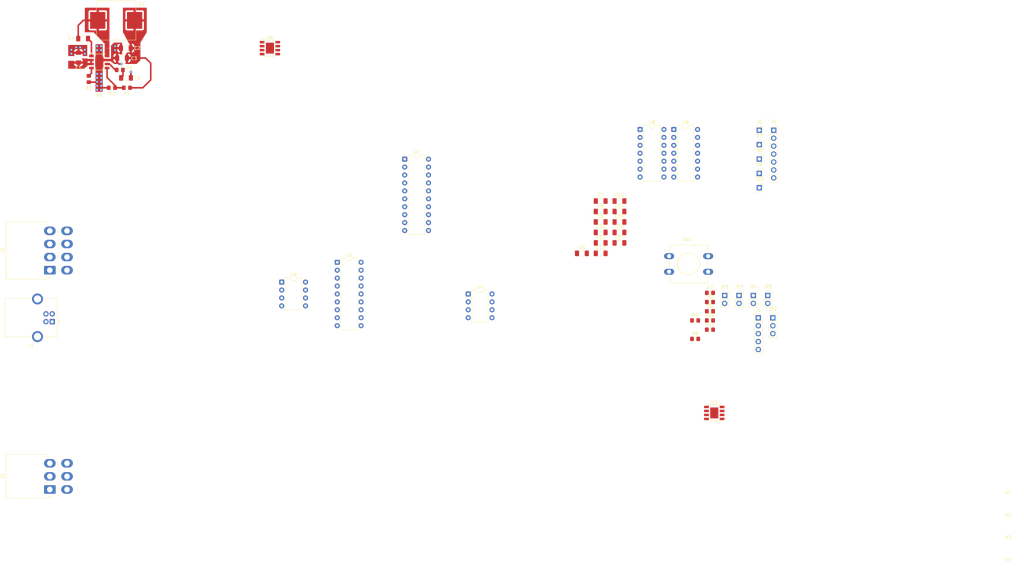
<source format=kicad_pcb>
(kicad_pcb (version 20241229) (generator "pcbnew") (generator_version "9.0")
  (layers (0 "F.Cu" signal) (2 "B.Cu" power) (13 "F.Paste" user) (15 "B.Paste" user) (5 "F.SilkS" user "F.Silkscreen") (7 "B.SilkS" user "B.Silkscreen") (1 "F.Mask" user) (3 "B.Mask" user) (25 "Edge.Cuts" user))
  (net 0 "")
  (net 1 "+12V")
  (net 2 "GND")
  (net 3 "+6.5V")
  (net 4 "Net-(U5-BST)")
  (net 5 "Net-(U5-SW)")
  (net 6 "Net-(C5-Pad2)")
  (net 7 "+5V")
  (net 8 "+5VA")
  (net 9 "Net-(U1-Vusb3v3)")
  (net 10 "Net-(JP1-A)")
  (net 12 "/USB_D+")
  (net 13 "VBUS")
  (net 15 "/USB_D-")
  (net 16 "/CAN_L")
  (net 17 "/Tach")
  (net 18 "/Speed")
  (net 19 "/CAN_H")
  (net 20 "/AN1")
  (net 21 "/AN4")
  (net 22 "/AN2")
  (net 23 "/AN3")
  (net 24 "/ICSP_~{MCLR}")
  (net 25 "/ICSP_CLK")
  (net 26 "/ICSP_DAT")
  (net 27 "/DAC1_~{CS}")
  (net 28 "/MISO")
  (net 29 "/ROM_~{CS}")
  (net 30 "/DAC2_~{CS}")
  (net 31 "/SCK")
  (net 32 "/MOSI")
  (net 33 "/CAN_~{CS}")
  (net 34 "/INT")
  (net 35 "Net-(JP2-A)")
  (net 36 "Net-(JP5-B)")
  (net 37 "Net-(U5-FB)")
  (net 38 "Net-(U5-RT{slash}CLK)")
  (net 39 "/~{MCLR}")
  (net 40 "Net-(U5-COMP)")
  (net 43 "/CLK")
  (net 44 "Net-(U2-RXCAN)")
  (net 49 "Net-(U2-TXCAN)")
  (footprint "Connector_PinSocket_2.54mm:PinSocket_1x02_P2.54mm_Vertical" (layer "F.Cu") (at 268.575 135.1)
    (property "Reference" "JP5" (at 0 -2.77 0) (layer "F.SilkS"))
    (property "Value" "Term")
    (pad "1" thru_hole rect (at 0 0) (size 1.7 1.7) (drill 1) (layers "*.Cu" "*.Mask") (net 16 "/CAN_L"))
    (pad "2" thru_hole oval (at 0 2.54) (size 1.7 1.7) (drill 1) (layers "*.Cu" "*.Mask") (net 36 "Net-(JP5-B)"))
  )
  (footprint "Package_DIP:DIP-14_W7.62mm" (layer "F.Cu") (at 227.725 81.93)
    (property "Reference" "U8" (at 3.81 -2.33 0) (layer "F.SilkS"))
    (property "Value" "MCP4912")
    (pad "1" thru_hole roundrect (at 0 0) (size 1.6 1.6) (drill 0.8) (layers "*.Cu" "*.Mask") (roundrect_rratio 0.15625) (net 8 "+5VA"))
    (pad "2" thru_hole circle (at 0 2.54) (size 1.6 1.6) (drill 0.8) (layers "*.Cu" "*.Mask"))
    (pad "3" thru_hole circle (at 0 5.08) (size 1.6 1.6) (drill 0.8) (layers "*.Cu" "*.Mask") (net 27 "/DAC1_~{CS}"))
    (pad "4" thru_hole circle (at 0 7.62) (size 1.6 1.6) (drill 0.8) (layers "*.Cu" "*.Mask") (net 31 "/SCK"))
    (pad "5" thru_hole circle (at 0 10.16) (size 1.6 1.6) (drill 0.8) (layers "*.Cu" "*.Mask") (net 32 "/MOSI"))
    (pad "6" thru_hole circle (at 0 12.7) (size 1.6 1.6) (drill 0.8) (layers "*.Cu" "*.Mask"))
    (pad "7" thru_hole circle (at 0 15.24) (size 1.6 1.6) (drill 0.8) (layers "*.Cu" "*.Mask"))
    (pad "8" thru_hole circle (at 7.62 15.24) (size 1.6 1.6) (drill 0.8) (layers "*.Cu" "*.Mask") (net 2 "GND"))
    (pad "9" thru_hole circle (at 7.62 12.7) (size 1.6 1.6) (drill 0.8) (layers "*.Cu" "*.Mask") (net 8 "+5VA"))
    (pad "10" thru_hole circle (at 7.62 10.16) (size 1.6 1.6) (drill 0.8) (layers "*.Cu" "*.Mask") (net 22 "/AN2"))
    (pad "11" thru_hole circle (at 7.62 7.62) (size 1.6 1.6) (drill 0.8) (layers "*.Cu" "*.Mask") (net 8 "+5VA"))
    (pad "12" thru_hole circle (at 7.62 5.08) (size 1.6 1.6) (drill 0.8) (layers "*.Cu" "*.Mask") (net 2 "GND"))
    (pad "13" thru_hole circle (at 7.62 2.54) (size 1.6 1.6) (drill 0.8) (layers "*.Cu" "*.Mask") (net 8 "+5VA"))
    (pad "14" thru_hole circle (at 7.62 0) (size 1.6 1.6) (drill 0.8) (layers "*.Cu" "*.Mask") (net 20 "/AN1"))
  )
  (footprint "Capacitor_SMD:C_1206_3216Metric_Pad1.33x1.80mm_HandSolder" (layer "F.Cu") (at 221.115 111.55)
    (property "Reference" "C15" (at 0 -1.85 0) (layer "F.SilkS"))
    (property "Value" "100n")
    (pad "1" smd roundrect (at -1.5625 0) (size 1.325 1.8) (layers "F.Cu" "F.Mask" "F.Paste") (roundrect_rratio 0.188679) (net 2 "GND"))
    (pad "2" smd roundrect (at 1.5625 0) (size 1.325 1.8) (layers "F.Cu" "F.Mask" "F.Paste") (roundrect_rratio 0.188679) (net 7 "+5V"))
  )
  (footprint "Connector_PinSocket_2.54mm:PinSocket_1x02_P2.54mm_Vertical" (layer "F.Cu") (at 259.375 135.1)
    (property "Reference" "JP3" (at 0 -2.77 0) (layer "F.SilkS"))
    (property "Value" "USB_PWR")
    (pad "1" thru_hole rect (at 0 0) (size 1.7 1.7) (drill 1) (layers "*.Cu" "*.Mask") (net 13 "VBUS"))
    (pad "2" thru_hole oval (at 0 2.54) (size 1.7 1.7) (drill 1) (layers "*.Cu" "*.Mask") (net 7 "+5V"))
  )
  (footprint "Capacitor_SMD:C_1206_3216Metric_Pad1.33x1.80mm_HandSolder" (layer "F.Cu") (at 221.115 104.85)
    (property "Reference" "C13" (at 0 -1.85 0) (layer "F.SilkS"))
    (property "Value" "100n")
    (pad "1" smd roundrect (at -1.5625 0) (size 1.325 1.8) (layers "F.Cu" "F.Mask" "F.Paste") (roundrect_rratio 0.188679) (net 2 "GND"))
    (pad "2" smd roundrect (at 1.5625 0) (size 1.325 1.8) (layers "F.Cu" "F.Mask" "F.Paste") (roundrect_rratio 0.188679) (net 7 "+5V"))
  )
  (footprint "Connector_PinHeader_2.54mm:PinHeader_1x05_P2.54mm_Vertical" (layer "F.Cu") (at 265.555 142.25)
    (property "Reference" "J4" (at 0 -2.33 0) (layer "F.SilkS"))
    (property "Value" "ICSP")
    (pad "1" thru_hole rect (at 0 0) (size 1.7 1.7) (drill 1) (layers "*.Cu" "*.Mask") (net 24 "/ICSP_~{MCLR}"))
    (pad "2" thru_hole oval (at 0 2.54) (size 1.7 1.7) (drill 1) (layers "*.Cu" "*.Mask") (net 7 "+5V"))
    (pad "3" thru_hole oval (at 0 5.08) (size 1.7 1.7) (drill 1) (layers "*.Cu" "*.Mask") (net 2 "GND"))
    (pad "4" thru_hole oval (at 0 7.62) (size 1.7 1.7) (drill 1) (layers "*.Cu" "*.Mask") (net 26 "/ICSP_DAT"))
    (pad "5" thru_hole oval (at 0 10.16) (size 1.7 1.7) (drill 1) (layers "*.Cu" "*.Mask") (net 25 "/ICSP_CLK"))
  )
  (footprint "Capacitor_SMD:C_1206_3216Metric_Pad1.33x1.80mm_HandSolder" (layer "F.Cu") (at 221.115 114.9)
    (property "Reference" "C16" (at 0 -1.85 0) (layer "F.SilkS"))
    (property "Value" "100n")
    (pad "1" smd roundrect (at -1.5625 0) (size 1.325 1.8) (layers "F.Cu" "F.Mask" "F.Paste") (roundrect_rratio 0.188679) (net 8 "+5VA"))
    (pad "2" smd roundrect (at 1.5625 0) (size 1.325 1.8) (layers "F.Cu" "F.Mask" "F.Paste") (roundrect_rratio 0.188679) (net 2 "GND"))
  )
  (footprint "Connector_PinSocket_2.54mm:PinSocket_1x03_P2.54mm_Vertical" (layer "F.Cu") (at 270.205 142.25)
    (property "Reference" "JP2" (at 0 -2.77 0) (layer "F.SilkS"))
    (property "Value" "Prog")
    (pad "1" thru_hole rect (at 0 0) (size 1.7 1.7) (drill 1) (layers "*.Cu" "*.Mask") (net 35 "Net-(JP2-A)"))
    (pad "2" thru_hole oval (at 0 2.54) (size 1.7 1.7) (drill 1) (layers "*.Cu" "*.Mask") (net 34 "/INT"))
    (pad "3" thru_hole oval (at 0 5.08) (size 1.7 1.7) (drill 1) (layers "*.Cu" "*.Mask") (net 25 "/ICSP_CLK"))
  )
  (footprint "Connector_PinSocket_2.54mm:PinSocket_1x07_P2.54mm_Vertical" (layer "F.Cu") (at 270.475 82.2)
    (property "Reference" "J5" (at 0 -2.77 0) (layer "F.SilkS"))
    (property "Value" "SPI debug")
    (pad "1" thru_hole rect (at 0 0) (size 1.7 1.7) (drill 1) (layers "*.Cu" "*.Mask") (net 31 "/SCK"))
    (pad "2" thru_hole oval (at 0 2.54) (size 1.7 1.7) (drill 1) (layers "*.Cu" "*.Mask") (net 32 "/MOSI"))
    (pad "3" thru_hole oval (at 0 5.08) (size 1.7 1.7) (drill 1) (layers "*.Cu" "*.Mask") (net 28 "/MISO"))
    (pad "4" thru_hole oval (at 0 7.62) (size 1.7 1.7) (drill 1) (layers "*.Cu" "*.Mask") (net 33 "/CAN_~{CS}"))
    (pad "5" thru_hole oval (at 0 10.16) (size 1.7 1.7) (drill 1) (layers "*.Cu" "*.Mask") (net 29 "/ROM_~{CS}"))
    (pad "6" thru_hole oval (at 0 12.7) (size 1.7 1.7) (drill 1) (layers "*.Cu" "*.Mask") (net 27 "/DAC1_~{CS}"))
    (pad "7" thru_hole oval (at 0 15.24) (size 1.7 1.7) (drill 1) (layers "*.Cu" "*.Mask") (net 30 "/DAC2_~{CS}"))
  )
  (footprint "Resistor_SMD:R_0805_2012Metric_Pad1.20x1.40mm_HandSolder" (layer "F.Cu") (at 250.075 137.2)
    (property "Reference" "R8" (at 0 -1.65 0) (layer "F.SilkS"))
    (property "Value" "120")
    (pad "1" smd roundrect (at -1 0) (size 1.2 1.4) (layers "F.Cu" "F.Mask" "F.Paste") (roundrect_rratio 0.208333) (net 36 "Net-(JP5-B)"))
    (pad "2" smd roundrect (at 1 0) (size 1.2 1.4) (layers "F.Cu" "F.Mask" "F.Paste") (roundrect_rratio 0.208333) (net 19 "/CAN_H"))
  )
  (footprint "Resistor_SMD:R_0805_2012Metric_Pad1.20x1.40mm_HandSolder" (layer "F.Cu") (at 63.5 68.58)
    (property "Reference" "R1" (at 0 1.778 0) (layer "F.SilkS"))
    (property "Value" "73k2" (hide yes))
    (pad "1" smd roundrect (at -1 0) (size 1.2 1.4) (layers "F.Cu" "F.Mask" "F.Paste") (roundrect_rratio 0.208333) (net 37 "Net-(U5-FB)"))
    (pad "2" smd roundrect (at 1 0) (size 1.2 1.4) (layers "F.Cu" "F.Mask" "F.Paste") (roundrect_rratio 0.208333) (net 3 "+6.5V"))
  )
  (footprint "Connector_PinSocket_2.54mm:PinSocket_1x02_P2.54mm_Vertical" (layer "F.Cu") (at 254.775 135.1)
    (property "Reference" "JP1" (at 0 -2.77 0) (layer "F.SilkS"))
    (property "Value" "~{Prog}")
    (pad "1" thru_hole rect (at 0 0) (size 1.7 1.7) (drill 1) (layers "*.Cu" "*.Mask") (net 10 "Net-(JP1-A)"))
    (pad "2" thru_hole oval (at 0 2.54) (size 1.7 1.7) (drill 1) (layers "*.Cu" "*.Mask") (net 24 "/ICSP_~{MCLR}"))
  )
  (footprint "Capacitor_SMD:C_1206_3216Metric_Pad1.33x1.80mm_HandSolder" (layer "F.Cu") (at 49.4915 52.832)
    (property "Reference" "C4" (at -3.81 -0.127 180) (layer "F.SilkS"))
    (property "Value" "100n" (hide yes))
    (pad "1" smd roundrect (at -1.5625 0) (size 1.325 1.8) (layers "F.Cu" "F.Mask" "F.Paste") (roundrect_rratio 0.188679) (net 5 "Net-(U5-SW)"))
    (pad "2" smd roundrect (at 1.5625 0) (size 1.325 1.8) (layers "F.Cu" "F.Mask" "F.Paste") (roundrect_rratio 0.188679) (net 4 "Net-(U5-BST)"))
  )
  (footprint "Capacitor_SMD:C_1206_3216Metric_Pad1.33x1.80mm_HandSolder" (layer "F.Cu") (at 215.105 121.6)
    (property "Reference" "C12" (at 0 -1.85 0) (layer "F.SilkS"))
    (property "Value" "100n")
    (pad "1" smd roundrect (at -1.5625 0) (size 1.325 1.8) (layers "F.Cu" "F.Mask" "F.Paste") (roundrect_rratio 0.188679) (net 10 "Net-(JP1-A)"))
    (pad "2" smd roundrect (at 1.5625 0) (size 1.325 1.8) (layers "F.Cu" "F.Mask" "F.Paste") (roundrect_rratio 0.188679) (net 2 "GND"))
  )
  (footprint "Capacitor_SMD:C_1206_3216Metric_Pad1.33x1.80mm_HandSolder" (layer "F.Cu") (at 215.105 118.25)
    (property "Reference" "C11" (at 0 -1.85 0) (layer "F.SilkS"))
    (property "Value" "1u")
    (pad "1" smd roundrect (at -1.5625 0) (size 1.325 1.8) (layers "F.Cu" "F.Mask" "F.Paste") (roundrect_rratio 0.188679) (net 9 "Net-(U1-Vusb3v3)"))
    (pad "2" smd roundrect (at 1.5625 0) (size 1.325 1.8) (layers "F.Cu" "F.Mask" "F.Paste") (roundrect_rratio 0.188679) (net 2 "GND"))
  )
  (footprint "Package_DIP:DIP-8_W7.62mm" (layer "F.Cu") (at 172.72 134.62)
    (property "Reference" "U4" (at 3.81 -2.33 0) (layer "F.SilkS"))
    (property "Value" "25LC160C")
    (pad "1" thru_hole roundrect (at 0 0) (size 1.6 1.6) (drill 0.8) (layers "*.Cu" "*.Mask") (roundrect_rratio 0.15625) (net 29 "/ROM_~{CS}"))
    (pad "2" thru_hole circle (at 0 2.54) (size 1.6 1.6) (drill 0.8) (layers "*.Cu" "*.Mask") (net 28 "/MISO"))
    (pad "3" thru_hole circle (at 0 5.08) (size 1.6 1.6) (drill 0.8) (layers "*.Cu" "*.Mask") (net 7 "+5V"))
    (pad "4" thru_hole circle (at 0 7.62) (size 1.6 1.6) (drill 0.8) (layers "*.Cu" "*.Mask") (net 2 "GND"))
    (pad "5" thru_hole circle (at 7.62 7.62) (size 1.6 1.6) (drill 0.8) (layers "*.Cu" "*.Mask") (net 32 "/MOSI"))
    (pad "6" thru_hole circle (at 7.62 5.08) (size 1.6 1.6) (drill 0.8) (layers "*.Cu" "*.Mask") (net 31 "/SCK"))
    (pad "7" thru_hole circle (at 7.62 2.54) (size 1.6 1.6) (drill 0.8) (layers "*.Cu" "*.Mask") (net 7 "+5V"))
    (pad "8" thru_hole circle (at 7.62 0) (size 1.6 1.6) (drill 0.8) (layers "*.Cu" "*.Mask") (net 7 "+5V"))
  )
  (footprint "Resistor_SMD:R_0805_2012Metric_Pad1.20x1.40mm_HandSolder" (layer "F.Cu") (at 250.075 143.1)
    (property "Reference" "R10" (at 0 -1.65 0) (layer "F.SilkS"))
    (property "Value" "10k")
    (pad "1" smd roundrect (at -1 0) (size 1.2 1.4) (layers "F.Cu" "F.Mask" "F.Paste") (roundrect_rratio 0.208333) (net 8 "+5VA"))
    (pad "2" smd roundrect (at 1 0) (size 1.2 1.4) (layers "F.Cu" "F.Mask" "F.Paste") (roundrect_rratio 0.208333) (net 27 "/DAC1_~{CS}"))
  )
  (footprint "Capacitor_SMD:C_1206_3216Metric_Pad1.33x1.80mm_HandSolder" (layer "F.Cu") (at 209.095 121.6)
    (property "Reference" "C6" (at 0 -1.85 0) (layer "F.SilkS"))
    (property "Value" "22u")
    (pad "1" smd roundrect (at -1.5625 0) (size 1.325 1.8) (layers "F.Cu" "F.Mask" "F.Paste") (roundrect_rratio 0.188679) (net 3 "+6.5V"))
    (pad "2" smd roundrect (at 1.5625 0) (size 1.325 1.8) (layers "F.Cu" "F.Mask" "F.Paste") (roundrect_rratio 0.188679) (net 2 "GND"))
  )
  (footprint "Connector_PinSocket_2.54mm:PinSocket_1x01_P2.54mm_Vertical" (layer "F.Cu") (at 265.875 96)
    (property "Reference" "J9" (at 0 -2.77 0) (layer "F.SilkS"))
    (property "Value" "Conn_01x01_Socket")
    (pad "1" thru_hole rect (at 0 0) (size 1.7 1.7) (drill 1) (layers "*.Cu" "*.Mask") (net 8 "+5VA"))
  )
  (footprint "Capacitor_SMD:C_1206_3216Metric_Pad1.33x1.80mm_HandSolder" (layer "F.Cu") (at 63.2075 65.405 180)
    (property "Reference" "C5" (at -3.5945 -0.127 0) (layer "F.SilkS"))
    (property "Value" "100n" (hide yes))
    (pad "1" smd roundrect (at -1.5625 0 180) (size 1.325 1.8) (layers "F.Cu" "F.Mask" "F.Paste") (roundrect_rratio 0.188679) (net 2 "GND"))
    (pad "2" smd roundrect (at 1.5625 0 180) (size 1.325 1.8) (layers "F.Cu" "F.Mask" "F.Paste") (roundrect_rratio 0.188679) (net 6 "Net-(C5-Pad2)"))
  )
  (footprint "Resistor_SMD:R_0805_2012Metric_Pad1.20x1.40mm_HandSolder" (layer "F.Cu") (at 51.308 65.77 -90)
    (property "Reference" "R3" (at 2.905 0 180) (layer "F.SilkS"))
    (property "Value" "50k" (hide yes))
    (pad "1" smd roundrect (at -1 0 270) (size 1.2 1.4) (layers "F.Cu" "F.Mask" "F.Paste") (roundrect_rratio 0.208333) (net 38 "Net-(U5-RT{slash}CLK)"))
    (pad "2" smd roundrect (at 1 0 270) (size 1.2 1.4) (layers "F.Cu" "F.Mask" "F.Paste") (roundrect_rratio 0.208333) (net 2 "GND"))
  )
  (footprint "Button_Switch_THT:SW_PUSH-12mm" (layer "F.Cu") (at 237 122.5)
    (property "Reference" "SW1" (at 5.83 -5.41 0) (layer "F.SilkS"))
    (property "Value" "Reset")
    (pad "1" thru_hole oval (at 0 0) (size 3.2 1.9) (drill 1.3) (layers "*.Cu" "*.Mask") (net 2 "GND"))
    (pad "1" thru_hole oval (at 12.5 0) (size 3.2 1.9) (drill 1.3) (layers "*.Cu" "*.Mask") (net 2 "GND"))
    (pad "2" thru_hole oval (at 0 5) (size 3.2 1.9) (drill 1.3) (layers "*.Cu" "*.Mask") (net 24 "/ICSP_~{MCLR}"))
    (pad "2" thru_hole oval (at 12.5 5) (size 3.2 1.9) (drill 1.3) (layers "*.Cu" "*.Mask") (net 24 "/ICSP_~{MCLR}"))
  )
  (footprint "Resistor_SMD:R_0805_2012Metric_Pad1.20x1.40mm_HandSolder" (layer "F.Cu") (at 58.69 68.58)
    (property "Reference" "R2" (at -0.016 1.778 0) (layer "F.SilkS"))
    (property "Value" "10k" (hide yes))
    (pad "1" smd roundrect (at -1 0) (size 1.2 1.4) (layers "F.Cu" "F.Mask" "F.Paste") (roundrect_rratio 0.208333) (net 2 "GND"))
    (pad "2" smd roundrect (at 1 0) (size 1.2 1.4) (layers "F.Cu" "F.Mask" "F.Paste") (roundrect_rratio 0.208333) (net 37 "Net-(U5-FB)"))
  )
  (footprint "Connector_PinSocket_2.54mm:PinSocket_1x01_P2.54mm_Vertical" (layer "F.Cu") (at 265.875 86.8)
    (property "Reference" "J7" (at 0 -2.77 0) (layer "F.SilkS"))
    (property "Value" "Conn_01x01_Socket")
    (pad "1" thru_hole rect (at 0 0) (size 1.7 1.7) (drill 1) (layers "*.Cu" "*.Mask") (net 3 "+6.5V"))
  )
  (footprint "Connector_Molex:Molex_Mini-Fit_Jr_5569-06A2_2x03_P4.20mm_Horizontal" (layer "F.Cu") (at 38.835 197.24 90)
    (property "Reference" "J3" (at 4.2 -15.1 90) (layer "F.SilkS"))
    (property "Value" "Analog")
    (pad "" np_thru_hole circle (at 0 -7.3 90) (size 3 3) (drill 3) (layers "*.Cu" "*.Mask"))
    (pad "" np_thru_hole circle (at 8.4 -7.3 90) (size 3 3) (drill 3) (layers "*.Cu" "*.Mask"))
    (pad "1" thru_hole roundrect (at 0 0 90) (size 2.7 3.7) (drill 1.8) (layers "*.Cu" "*.Mask") (roundrect_rratio 0.092593) (net 20 "/AN1"))
    (pad "2" thru_hole oval (at 4.2 0 90) (size 2.7 3.7) (drill 1.8) (layers "*.Cu" "*.Mask") (net 2 "GND"))
    (pad "3" thru_hole oval (at 8.4 0 90) (size 2.7 3.7) (drill 1.8) (layers "*.Cu" "*.Mask") (net 23 "/AN3"))
    (pad "4" thru_hole oval (at 0 5.5 90) (size 2.7 3.7) (drill 1.8) (layers "*.Cu" "*.Mask") (net 22 "/AN2"))
    (pad "5" thru_hole oval (at 4.2 5.5 90) (size 2.7 3.7) (drill 1.8) (layers "*.Cu" "*.Mask") (net 2 "GND"))
    (pad "6" thru_hole oval (at 8.4 5.5 90) (size 2.7 3.7) (drill 1.8) (layers "*.Cu" "*.Mask") (net 21 "/AN4"))
  )
  (footprint "Resistor_SMD:R_0805_2012Metric_Pad1.20x1.40mm_HandSolder" (layer "F.Cu") (at 250.075 146.05)
    (property "Reference" "R11" (at 0 -1.65 0) (layer "F.SilkS"))
    (property "Value" "10k")
    (pad "1" smd roundrect (at -1 0) (size 1.2 1.4) (layers "F.Cu" "F.Mask" "F.Paste") (roundrect_rratio 0.208333) (net 8 "+5VA"))
    (pad "2" smd roundrect (at 1 0) (size 1.2 1.4) (layers "F.Cu" "F.Mask" "F.Paste") (roundrect_rratio 0.208333) (net 30 "/DAC2_~{CS}"))
  )
  (footprint "Connector_Molex:Molex_Mini-Fit_Jr_5569-08A2_2x04_P4.20mm_Horizontal" (layer "F.Cu") (at 38.835 127 90)
    (property "Reference" "J2" (at 6.3 -15.1 90) (layer "F.SilkS"))
    (property "Value" "Conn_02x04_Top_Bottom")
    (pad "" np_thru_hole circle (at 0 -7.3 90) (size 3 3) (drill 3) (layers "*.Cu" "*.Mask"))
    (pad "" np_thru_hole circle (at 12.6 -7.3 90) (size 3 3) (drill 3) (layers "*.Cu" "*.Mask"))
    (pad "1" thru_hole roundrect (at 0 0 90) (size 2.7 3.7) (drill 1.8) (layers "*.Cu" "*.Mask") (roundrect_rratio 0.092593) (net 1 "+12V"))
    (pad "2" thru_hole oval (at 4.2 0 90) (size 2.7 3.7) (drill 1.8) (layers "*.Cu" "*.Mask") (net 2 "GND"))
    (pad "3" thru_hole oval (at 8.4 0 90) (size 2.7 3.7) (drill 1.8) (layers "*.Cu" "*.Mask") (net 2 "GND"))
    (pad "4" thru_hole oval (at 12.6 0 90) (size 2.7 3.7) (drill 1.8) (layers "*.Cu" "*.Mask") (net 17 "/Tach"))
    (pad "5" thru_hole oval (at 0 5.5 90) (size 2.7 3.7) (drill 1.8) (layers "*.Cu" "*.Mask") (net 2 "GND"))
    (pad "6" thru_hole oval (at 4.2 5.5 90) (size 2.7 3.7) (drill 1.8) (layers "*.Cu" "*.Mask") (net 19 "/CAN_H"))
    (pad "7" thru_hole oval (at 8.4 5.5 90) (size 2.7 3.7) (drill 1.8) (layers "*.Cu" "*.Mask") (net 16 "/CAN_L"))
    (pad "8" thru_hole oval (at 12.6 5.5 90) (size 2.7 3.7) (drill 1.8) (layers "*.Cu" "*.Mask") (net 18 "/Speed"))
  )
  (footprint "Capacitor_SMD:C_1206_3216Metric_Pad1.33x1.80mm_HandSolder" (layer "F.Cu") (at 221.115 108.2)
    (property "Reference" "C14" (at 0 -1.85 0) (layer "F.SilkS"))
    (property "Value" "100n")
    (pad "1" smd roundrect (at -1.5625 0) (size 1.325 1.8) (layers "F.Cu" "F.Mask" "F.Paste") (roundrect_rratio 0.188679) (net 2 "GND"))
    (pad "2" smd roundrect (at 1.5625 0) (size 1.325 1.8) (layers "F.Cu" "F.Mask" "F.Paste") (roundrect_rratio 0.188679) (net 7 "+5V"))
  )
  (footprint "Resistor_SMD:R_0805_2012Metric_Pad1.20x1.40mm_HandSolder" (layer "F.Cu") (at 61.23 62.865 180)
    (property "Reference" "R5" (at -3.032 0.635 0) (layer "F.SilkS"))
    (property "Value" "12k" (hide yes))
    (pad "1" smd roundrect (at -1 0 180) (size 1.2 1.4) (layers "F.Cu" "F.Mask" "F.Paste") (roundrect_rratio 0.208333) (net 6 "Net-(C5-Pad2)"))
    (pad "2" smd roundrect (at 1 0 180) (size 1.2 1.4) (layers "F.Cu" "F.Mask" "F.Paste") (roundrect_rratio 0.208333) (net 40 "Net-(U5-COMP)"))
  )
  (footprint "Package_DIP:DIP-14_W7.62mm" (layer "F.Cu") (at 238.505 81.93)
    (property "Reference" "U9" (at 3.81 -2.33 0) (layer "F.SilkS"))
    (property "Value" "MCP4912")
    (pad "1" thru_hole roundrect (at 0 0) (size 1.6 1.6) (drill 0.8) (layers "*.Cu" "*.Mask") (roundrect_rratio 0.15625) (net 8 "+5VA"))
    (pad "2" thru_hole circle (at 0 2.54) (size 1.6 1.6) (drill 0.8) (layers "*.Cu" "*.Mask"))
    (pad "3" thru_hole circle (at 0 5.08) (size 1.6 1.6) (drill 0.8) (layers "*.Cu" "*.Mask") (net 30 "/DAC2_~{CS}"))
    (pad "4" thru_hole circle (at 0 7.62) (size 1.6 1.6) (drill 0.8) (layers "*.Cu" "*.Mask") (net 31 "/SCK"))
    (pad "5" thru_hole circle (at 0 10.16) (size 1.6 1.6) (drill 0.8) (layers "*.Cu" "*.Mask") (net 32 "/MOSI"))
    (pad "6" thru_hole circle (at 0 12.7) (size 1.6 1.6) (drill 0.8) (layers "*.Cu" "*.Mask"))
    (pad "7" thru_hole circle (at 0 15.24) (size 1.6 1.6) (drill 0.8) (layers "*.Cu" "*.Mask"))
    (pad "8" thru_hole circle (at 7.62 15.24) (size 1.6 1.6) (drill 0.8) (layers "*.Cu" "*.Mask") (net 2 "GND"))
    (pad "9" thru_hole circle (at 7.62 12.7) (size 1.6 1.6) (drill 0.8) (layers "*.Cu" "*.Mask") (net 8 "+5VA"))
    (pad "10" thru_hole circle (at 7.62 10.16) (size 1.6 1.6) (drill 0.8) (layers "*.Cu" "*.Mask") (net 21 "/AN4"))
    (pad "11" thru_hole circle (at 7.62 7.62) (size 1.6 1.6) (drill 0.8) (layers "*.Cu" "*.Mask") (net 8 "+5VA"))
    (pad "12" thru_hole circle (at 7.62 5.08) (size 1.6 1.6) (drill 0.8) (layers "*.Cu" "*.Mask") (net 2 "GND"))
    (pad "13" thru_hole circle (at 7.62 2.54) (size 1.6 1.6) (drill 0.8) (layers "*.Cu" "*.Mask") (net 8 "+5VA"))
    (pad "14" thru_hole circle (at 7.62 0) (size 1.6 1.6) (drill 0.8) (layers "*.Cu" "*.Mask") (net 23 "/AN3"))
  )
  (footprint "Connector_USB:USB_B_OST_USB-B1HSxx_Horizontal" (layer "F.Cu") (at 39.5975 143.49 180)
    (property "Reference" "J1" (at 6.76 -7.77 0) (layer "F.SilkS"))
    (property "Value" "USB_B")
    (pad "1" thru_hole rect (at 0 0 180) (size 1.7 1.7) (drill 0.92) (layers "*.Cu" "*.Mask") (net 13 "VBUS"))
    (pad "2" thru_hole circle (at 0 2.5 180) (size 1.7 1.7) (drill 0.92) (layers "*.Cu" "*.Mask") (net 15 "/USB_D-"))
    (pad "3" thru_hole circle (at 2 2.5 180) (size 1.7 1.7) (drill 0.92) (layers "*.Cu" "*.Mask") (net 12 "/USB_D+"))
    (pad "4" thru_hole circle (at 2 0 180) (size 1.7 1.7) (drill 0.92) (layers "*.Cu" "*.Mask") (net 2 "GND"))
    (pad "5" thru_hole circle (at 4.71 -4.77 180) (size 3.5 3.5) (drill 2.33) (layers "*.Cu" "*.Mask"))
    (pad "5" thru_hole circle (at 4.71 7.27 180) (size 3.5 3.5) (drill 2.33) (layers "*.Cu" "*.Mask"))
  )
  (footprint "Capacitor_SMD:C_1206_3216Metric_Pad1.33x1.80mm_HandSolder" (layer "F.Cu") (at 215.105 108.2)
    (property "Reference" "C8" (at 0 -1.85 0) (layer "F.SilkS"))
    (property "Value" "22u")
    (pad "1" smd roundrect (at -1.5625 0) (size 1.325 1.8) (layers "F.Cu" "F.Mask" "F.Paste") (roundrect_rratio 0.188679) (net 3 "+6.5V"))
    (pad "2" smd roundrect (at 1.5625 0) (size 1.325 1.8) (layers "F.Cu" "F.Mask" "F.Paste") (roundrect_rratio 0.188679) (net 2 "GND"))
  )
  (footprint "MountingHole:MountingHole_3.2mm_M3_DIN965" (layer "F.Cu") (at 345.44 209.22)
    (property "Reference" "H2" (at 0 -3.8 0) (layer "F.SilkS"))
    (property "Value" "MountingHole")
    (pad "" np_thru_hole circle (at 0 0) (size 3.2 3.2) (drill 3.2) (layers "*.Cu" "*.Mask"))
  )
  (footprint "MountingHole:MountingHole_3.2mm_M3_DIN965" (layer "F.Cu") (at 345.44 216.37)
    (property "Reference" "H3" (at 0 -3.8 0) (layer "F.SilkS"))
    (property "Value" "MountingHole")
    (pad "" np_thru_hole circle (at 0 0) (size 3.2 3.2) (drill 3.2) (layers "*.Cu" "*.Mask"))
  )
  (footprint "Package_SO:Diodes_SO-8EP" (layer "F.Cu") (at 251.46 172.72)
    (property "Reference" "U7" (at 0 -3.3 0) (layer "F.SilkS"))
    (property "Value" "AP7375Q")
    (pad "1" smd rect (at -2.4975 -1.905) (size 1.505 0.802) (layers "F.Cu" "F.Mask" "F.Paste") (net 8 "+5VA"))
    (pad "2" smd rect (at -2.4975 -0.635) (size 1.505 0.802) (layers "F.Cu" "F.Mask" "F.Paste"))
    (pad "3" smd rect (at -2.4975 0.635) (size 1.505 0.802) (layers "F.Cu" "F.Mask" "F.Paste"))
    (pad "4" smd rect (at -2.4975 1.905) (size 1.505 0.802) (layers "F.Cu" "F.Mask" "F.Paste"))
    (pad "5" smd rect (at 2.4975 1.905) (size 1.505 0.802) (layers "F.Cu" "F.Mask" "F.Paste") (net 2 "GND"))
    (pad "6" smd rect (at 2.4975 0.635) (size 1.505 0.802) (layers "F.Cu" "F.Mask" "F.Paste"))
    (pad "7" smd rect (at 2.4975 -0.635) (size 1.505 0.802) (layers "F.Cu" "F.Mask" "F.Paste") (net 3 "+6.5V"))
    (pad "8" smd rect (at 2.4975 -1.905) (size 1.505 0.802) (layers "F.Cu" "F.Mask" "F.Paste") (net 3 "+6.5V"))
    (pad "9" smd rect (at 0 0) (size 2.613 3.502) (layers "F.Cu" "F.Mask" "F.Paste") (net 2 "GND"))
  )
  (footprint "Connector_PinSocket_2.54mm:PinSocket_1x01_P2.54mm_Vertical" (layer "F.Cu") (at 265.875 100.6)
    (property "Reference" "J10" (at 0 -2.77 0) (layer "F.SilkS"))
    (property "Value" "Conn_01x01_Socket")
    (pad "1" thru_hole rect (at 0 0) (size 1.7 1.7) (drill 1) (layers "*.Cu" "*.Mask") (net 2 "GND"))
  )
  (footprint "MountingHole:MountingHole_3.2mm_M3_DIN965" (layer "F.Cu") (at 345.44 223.52)
    (property "Reference" "H4" (at 0 -3.8 0) (layer "F.SilkS"))
    (property "Value" "MountingHole")
    (pad "" np_thru_hole circle (at 0 0) (size 3.2 3.2) (drill 3.2) (layers "*.Cu" "*.Mask"))
  )
  (footprint "Connector_PinSocket_2.54mm:PinSocket_1x02_P2.54mm_Vertical" (layer "F.Cu") (at 263.975 135.1)
    (property "Reference" "JP4" (at 0 -2.77 0) (layer "F.SilkS"))
    (property "Value" "USB_PWR")
    (pad "1" thru_hole rect (at 0 0) (size 1.7 1.7) (drill 1) (layers "*.Cu" "*.Mask") (net 13 "VBUS"))
    (pad "2" thru_hole oval (at 0 2.54) (size 1.7 1.7) (drill 1) (layers "*.Cu" "*.Mask") (net 8 "+5VA"))
  )
  (footprint "Capacitor_SMD:C_1206_3216Metric_Pad1.33x1.80mm_HandSolder" (layer "F.Cu") (at 48.006 58.928 90)
    (property "Reference" "C1" (at -3.302 0 180) (layer "F.SilkS"))
    (property "Value" "22u" (hide yes))
    (pad "1" smd roundrect (at -1.5625 0 90) (size 1.325 1.8) (layers "F.Cu" "F.Mask" "F.Paste") (roundrect_rratio 0.188679) (net 1 "+12V"))
    (pad "2" smd roundrect (at 1.5625 0 90) (size 1.325 1.8) (layers "F.Cu" "F.Mask" "F.Paste") (roundrect_rratio 0.188679) (net 2 "GND"))
  )
  (footprint "Connector_PinSocket_2.54mm:PinSocket_1x01_P2.54mm_Vertical" (layer "F.Cu") (at 265.875 82.2)
    (property "Reference" "J6" (at 0 -2.77 0) (layer "F.SilkS"))
    (property "Value" "Conn_01x01_Socket")
    (pad "1" thru_hole rect (at 0 0) (size 1.7 1.7) (drill 1) (layers "*.Cu" "*.Mask") (net 1 "+12V"))
  )
  (footprint "Package_DIP:DIP-20_W7.62mm" (layer "F.Cu") (at 152.4 91.44)
    (property "Reference" "U1" (at 3.81 -2.33 0) (layer "F.SilkS"))
    (property "Value" "PIC16F1459-IP")
    (pad "1" thru_hole roundrect (at 0 0) (size 1.6 1.6) (drill 0.8) (layers "*.Cu" "*.Mask") (roundrect_rratio 0.15625) (net 7 "+5V"))
    (pad "2" thru_hole circle (at 0 2.54) (size 1.6 1.6) (drill 0.8) (layers "*.Cu" "*.Mask") (net 29 "/ROM_~{CS}"))
    (pad "3" thru_hole circle (at 0 5.08) (size 1.6 1.6) (drill 0.8) (layers "*.Cu" "*.Mask") (net 43 "/CLK"))
    (pad "4" thru_hole circle (at 0 7.62) (size 1.6 1.6) (drill 0.8) (layers "*.Cu" "*.Mask") (net 39 "/~{MCLR}"))
    (pad "5" thru_hole circle (at 0 10.16) (size 1.6 1.6) (drill 0.8) (layers "*.Cu" "*.Mask"))
    (pad "6" thru_hole circle (at 0 12.7) (size 1.6 1.6) (drill 0.8) (layers "*.Cu" "*.Mask") (net 18 "/Speed"))
    (pad "7" thru_hole circle (at 0 15.24) (size 1.6 1.6) (drill 0.8) (layers "*.Cu" "*.Mask") (net 17 "/Tach"))
    (pad "8" thru_hole circle (at 0 17.78) (size 1.6 1.6) (drill 0.8) (layers "*.Cu" "*.Mask"))
    (pad "9" thru_hole circle (at 0 20.32) (size 1.6 1.6) (drill 0.8) (layers "*.Cu" "*.Mask") (net 32 "/MOSI"))
    (pad "10" thru_hole circle (at 0 22.86) (size 1.6 1.6) (drill 0.8) (layers "*.Cu" "*.Mask") (net 27 "/DAC1_~{CS}"))
    (pad "11" thru_hole circle (at 7.62 22.86) (size 1.6 1.6) (drill 0.8) (layers "*.Cu" "*.Mask") (net 31 "/SCK"))
    (pad "12" thru_hole circle (at 7.62 20.32) (size 1.6 1.6) (drill 0.8) (layers "*.Cu" "*.Mask") (net 33 "/CAN_~{CS}"))
    (pad "13" thru_hole circle (at 7.62 17.78) (size 1.6 1.6) (drill 0.8) (layers "*.Cu" "*.Mask") (net 28 "/MISO"))
    (pad "14" thru_hole circle (at 7.62 15.24) (size 1.6 1.6) (drill 0.8) (layers "*.Cu" "*.Mask") (net 30 "/DAC2_~{CS}"))
    (pad "15" thru_hole circle (at 7.62 12.7) (size 1.6 1.6) (drill 0.8) (layers "*.Cu" "*.Mask") (net 35 "Net-(JP2-A)"))
    (pad "16" thru_hole circle (at 7.62 10.16) (size 1.6 1.6) (drill 0.8) (layers "*.Cu" "*.Mask") (net 26 "/ICSP_DAT"))
    (pad "17" thru_hole circle (at 7.62 7.62) (size 1.6 1.6) (drill 0.8) (layers "*.Cu" "*.Mask") (net 9 "Net-(U1-Vusb3v3)"))
    (pad "18" thru_hole circle (at 7.62 5.08) (size 1.6 1.6) (drill 0.8) (layers "*.Cu" "*.Mask") (net 15 "/USB_D-"))
    (pad "19" thru_hole circle (at 7.62 2.54) (size 1.6 1.6) (drill 0.8) (layers "*.Cu" "*.Mask") (net 12 "/USB_D+"))
    (pad "20" thru_hole circle (at 7.62 0) (size 1.6 1.6) (drill 0.8) (layers "*.Cu" "*.Mask") (net 2 "GND"))
  )
  (footprint "Package_SO:Diodes_SO-8EP" (layer "F.Cu") (at 54.6525 60.325)
    (property "Reference" "U5" (at -0.0425 10.541 0) (layer "F.SilkS"))
    (property "Value" "AP64100Q" (hide yes))
    (pad "1" smd rect (at -2.4975 -1.905) (size 1.505 0.802) (layers "F.Cu" "F.Mask" "F.Paste") (net 4 "Net-(U5-BST)"))
    (pad "2" smd rect (at -2.4975 -0.635) (size 1.505 0.802) (layers "F.Cu" "F.Mask" "F.Paste") (net 1 "+12V"))
    (pad "3" smd rect (at -2.4975 0.635) (size 1.505 0.802) (layers "F.Cu" "F.Mask" "F.Paste") (net 1 "+12V"))
    (pad "4" smd rect (at -2.4975 1.905) (size 1.505 0.802) (layers "F.Cu" "F.Mask" "F.Paste") (net 38 "Net-(U5-RT{slash}CLK)"))
    (pad "5" smd rect (at 2.4975 1.905) (size 1.505 0.802) (layers "F.Cu" "F.Mask" "F.Paste") (net 37 "Net-(U5-FB)"))
    (pad "6" smd rect (at 2.4975 0.635) (size 1.505 0.802) (layers "F.Cu" "F.Mask" "F.Paste") (net 40 "Net-(U5-COMP)"))
    (pad "7" smd rect (at 2.4975 -0.635) (size 1.505 0.802) (layers "F.Cu" "F.Mask" "F.Paste") (net 2 "GND"))
    (pad "8" smd rect (at 2.4975 -1.905) (size 1.505 0.802) (layers "F.Cu" "F.Mask" "F.Paste") (net 5 "Net-(U5-SW)"))
    (pad "9" smd rect (at 0 0) (size 2.613 3.502) (layers "F.Cu" "F.Mask" "F.Paste") (net 2 "GND"))
  )
  (footprint "Resistor_SMD:R_0805_2012Metric_Pad1.20x1.40mm_HandSolder" (layer "F.Cu") (at 250.075 140.15)
    (property "Reference" "R9" (at 0 -1.65 0) (layer "F.SilkS"))
    (property "Value" "10k")
    (pad "1" smd roundrect (at -1 0) (size 1.2 1.4) (layers "F.Cu" "F.Mask" "F.Paste") (roundrect_rratio 0.208333) (net 7 "+5V"))
    (pad "2" smd roundrect (at 1 0) (size 1.2 1.4) (layers "F.Cu" "F.Mask" "F.Paste") (roundrect_rratio 0.208333) (net 29 "/ROM_~{CS}"))
  )
  (footprint "Inductor_SMD:L_Wuerth_WE-PD-Typ-LS_Handsoldering" (layer "F.Cu") (at 60.071 46.99)
    (property "Reference" "L1" (at 8.255 -5.334 0) (layer "F.SilkS"))
    (property "Value" "15u" (hide yes))
    (pad "1" smd rect (at -5.9 0) (size 4.9 5.4) (layers "F.Cu" "F.Mask" "F.Paste") (net 5 "Net-(U5-SW)"))
    (pad "2" smd rect (at 5.9 0) (size 4.9 5.4) (layers "F.Cu" "F.Mask" "F.Paste") (net 3 "+6.5V"))
  )
  (footprint "Package_DIP:DIP-18_W7.62mm" (layer "F.Cu") (at 130.815 124.46)
    (property "Reference" "U2" (at 3.81 -2.33 0) (layer "F.SilkS"))
    (property "Value" "MCP2515-I/P")
    (pad "1" thru_hole roundrect (at 0 0) (size 1.6 1.6) (drill 0.8) (layers "*.Cu" "*.Mask") (roundrect_rratio 0.15625) (net 49 "Net-(U2-TXCAN)"))
    (pad "2" thru_hole circle (at 0 2.54) (size 1.6 1.6) (drill 0.8) (layers "*.Cu" "*.Mask") (net 44 "Net-(U2-RXCAN)"))
    (pad "3" thru_hole circle (at 0 5.08) (size 1.6 1.6) (drill 0.8) (layers "*.Cu" "*.Mask"))
    (pad "4" thru_hole circle (at 0 7.62) (size 1.6 1.6) (drill 0.8) (layers "*.Cu" "*.Mask") (net 7 "+5V"))
    (pad "5" thru_hole circle (at 0 10.16) (size 1.6 1.6) (drill 0.8) (layers "*.Cu" "*.Mask") (net 7 "+5V"))
    (pad "6" thru_hole circle (at 0 12.7) (size 1.6 1.6) (drill 0.8) (layers "*.Cu" "*.Mask") (net 7 "+5V"))
    (pad "7" thru_hole circle (at 0 15.24) (size 1.6 1.6) (drill 0.8) (layers "*.Cu" "*.Mask"))
    (pad "8" thru_hole circle (at 0 17.78) (size 1.6 1.6) (drill 0.8) (layers "*.Cu" "*.Mask") (net 43 "/CLK"))
    (pad "9" thru_hole circle (at 0 20.32) (size 1.6 1.6) (drill 0.8) (layers "*.Cu" "*.Mask") (net 2 "GND"))
    (pad "10" thru_hole circle (at 7.62 20.32) (size 1.6 1.6) (drill 0.8) (layers "*.Cu" "*.Mask"))
    (pad "11" thru_hole circle (at 7.62 17.78) (size 1.6 1.6) (drill 0.8) (layers "*.Cu" "*.Mask"))
    (pad "12" thru_hole circle (at 7.62 15.24) (size 1.6 1.6) (drill 0.8) (layers "*.Cu" "*.Mask") (net 34 "/INT"))
    (pad "13" thru_hole circle (at 7.62 12.7) (size 1.6 1.6) (drill 0.8) (layers "*.Cu" "*.Mask") (net 31 "/SCK"))
    (pad "14" thru_hole circle (at 7.62 10.16) (size 1.6 1.6) (drill 0.8) (layers "*.Cu" "*.Mask") (net 32 "/MOSI"))
    (pad "15" thru_hole circle (at 7.62 7.62) (size 1.6 1.6) (drill 0.8) (layers "*.Cu" "*.Mask") (net 28 "/MISO"))
    (pad "16" thru_hole circle (at 7.62 5.08) (size 1.6 1.6) (drill 0.8) (layers "*.Cu" "*.Mask") (net 33 "/CAN_~{CS}"))
    (pad "17" thru_hole circle (at 7.62 2.54) (size 1.6 1.6) (drill 0.8) (layers "*.Cu" "*.Mask") (net 7 "+5V"))
    (pad "18" thru_hole circle (at 7.62 0) (size 1.6 1.6) (drill 0.8) (layers "*.Cu" "*.Mask") (net 7 "+5V"))
  )
  (footprint "Capacitor_SMD:C_1206_3216Metric_Pad1.33x1.80mm_HandSolder" (layer "F.Cu") (at 61.9375 59.055)
    (property "Reference" "C3" (at 3.8485 0.127 0) (layer "F.SilkS"))
    (property "Value" "22u" (hide yes))
    (pad "1" smd roundrect (at -1.5625 0) (size 1.325 1.8) (layers "F.Cu" "F.Mask" "F.Paste") (roundrect_rratio 0.188679) (net 2 "GND"))
    (pad "2" smd roundrect (at 1.5625 0) (size 1.325 1.8) (layers "F.Cu" "F.Mask" "F.Paste") (roundrect_rratio 0.188679) (net 3 "+6.5V"))
  )
  (footprint "Resistor_SMD:R_0805_2012Metric_Pad1.20x1.40mm_HandSolder" (layer "F.Cu") (at 250.075 134.25)
    (property "Reference" "R7" (at 0 -1.65 0) (layer "F.SilkS"))
    (property "Value" "10k")
    (pad "1" smd roundrect (at -1 0) (size 1.2 1.4) (layers "F.Cu" "F.Mask" "F.Paste") (roundrect_rratio 0.208333) (net 7 "+5V"))
    (pad "2" smd roundrect (at 1 0) (size 1.2 1.4) (layers "F.Cu" "F.Mask" "F.Paste") (roundrect_rratio 0.208333) (net 33 "/CAN_~{CS}"))
  )
  (footprint "Capacitor_SMD:C_1206_3216Metric_Pad1.33x1.80mm_HandSolder" (layer "F.Cu") (at 215.105 114.9)
    (property "Reference" "C10" (at 0 -1.85 0) (layer "F.SilkS"))
    (property "Value" "100n")
    (pad "1" smd roundrect (at -1.5625 0) (size 1.325 1.8) (layers "F.Cu" "F.Mask" "F.Paste") (roundrect_rratio 0.188679) (net 7 "+5V"))
    (pad "2" smd roundrect (at 1.5625 0) (size 1.325 1.8) (layers "F.Cu" "F.Mask" "F.Paste") (roundrect_rratio 0.188679) (net 2 "GND"))
  )
  (footprint "Capacitor_SMD:C_1206_3216Metric_Pad1.33x1.80mm_HandSolder" (layer "F.Cu") (at 63.1575 55.88)
    (property "Reference" "C2" (at 3.6445 0 0) (layer "F.SilkS"))
    (property "Value" "22u" (hide yes))
    (pad "1" smd roundrect (at -1.5625 0) (size 1.325 1.8) (layers "F.Cu" "F.Mask" "F.Paste") (roundrect_rratio 0.188679) (net 2 "GND"))
    (pad "2" smd roundrect (at 1.5625 0) (size 1.325 1.8) (layers "F.Cu" "F.Mask" "F.Paste") (roundrect_rratio 0.188679) (net 3 "+6.5V"))
  )
  (footprint "Connector_PinSocket_2.54mm:PinSocket_1x01_P2.54mm_Vertical" (layer "F.Cu") (at 265.875 91.4)
    (property "Reference" "J8" (at 0 -2.77 0) (layer "F.SilkS"))
    (property "Value" "Conn_01x01_Socket")
    (pad "1" thru_hole rect (at 0 0) (size 1.7 1.7) (drill 1) (layers "*.Cu" "*.Mask") (net 7 "+5V"))
  )
  (footprint "Resistor_SMD:R_0805_2012Metric_Pad1.20x1.40mm_HandSolder" (layer "F.Cu") (at 245.325 149)
    (property "Reference" "R6" (at 0 -1.65 0) (layer "F.SilkS"))
    (property "Value" "10k")
    (pad "1" smd roundrect (at -1 0) (size 1.2 1.4) (layers "F.Cu" "F.Mask" "F.Paste") (roundrect_rratio 0.208333) (net 7 "+5V"))
    (pad "2" smd roundrect (at 1 0) (size 1.2 1.4) (layers "F.Cu" "F.Mask" "F.Paste") (roundrect_rratio 0.208333) (net 24 "/ICSP_~{MCLR}"))
  )
  (footprint "Capacitor_SMD:C_1206_3216Metric_Pad1.33x1.80mm_HandSolder" (layer "F.Cu") (at 215.105 111.55)
    (property "Reference" "C9" (at 0 -1.85 0) (layer "F.SilkS"))
    (property "Value" "22u")
    (pad "1" smd roundrect (at -1.5625 0) (size 1.325 1.8) (layers "F.Cu" "F.Mask" "F.Paste") (roundrect_rratio 0.188679) (net 8 "+5VA"))
    (pad "2" smd roundrect (at 1.5625 0) (size 1.325 1.8) (layers "F.Cu" "F.Mask" "F.Paste") (roundrect_rratio 0.188679) (net 2 "GND"))
  )
  (footprint "MountingHole:MountingHole_3.2mm_M3_DIN965" (layer "F.Cu") (at 345.44 202.07)
    (property "Reference" "H1" (at 0 -3.8 0) (layer "F.SilkS"))
    (property "Value" "MountingHole")
    (pad "" np_thru_hole circle (at 0 0) (size 3.2 3.2) (drill 3.2) (layers "*.Cu" "*.Mask"))
  )
  (footprint "Package_DIP:DIP-8_W7.62mm" (layer "F.Cu") (at 113.035 130.81)
    (property "Reference" "U3" (at 3.81 -2.33 0) (layer "F.SilkS"))
    (property "Value" "MCP2561-E-P")
    (pad "1" thru_hole roundrect (at 0 0) (size 1.6 1.6) (drill 0.8) (layers "*.Cu" "*.Mask") (roundrect_rratio 0.15625) (net 49 "Net-(U2-TXCAN)"))
    (pad "2" thru_hole circle (at 0 2.54) (size 1.6 1.6) (drill 0.8) (layers "*.Cu" "*.Mask") (net 2 "GND"))
    (pad "3" thru_hole circle (at 0 5.08) (size 1.6 1.6) (drill 0.8) (layers "*.Cu" "*.Mask") (net 7 "+5V"))
    (pad "4" thru_hole circle (at 0 7.62) (size 1.6 1.6) (drill 0.8) (layers "*.Cu" "*.Mask") (net 44 "Net-(U2-RXCAN)"))
    (pad "5" thru_hole circle (at 7.62 7.62) (size 1.6 1.6) (drill 0.8) (layers "*.Cu" "*.Mask"))
    (pad "6" thru_hole circle (at 7.62 5.08) (size 1.6 1.6) (drill 0.8) (layers "*.Cu" "*.Mask") (net 16 "/CAN_L"))
    (pad "7" thru_hole circle (at 7.62 2.54) (size 1.6 1.6) (drill 0.8) (layers "*.Cu" "*.Mask") (net 19 "/CAN_H"))
    (pad "8" thru_hole circle (at 7.62 0) (size 1.6 1.6) (drill 0.8) (layers "*.Cu" "*.Mask") (net 2 "GND"))
  )
  (footprint "Capacitor_SMD:C_1206_3216Metric_Pad1.33x1.80mm_HandSolder" (layer "F.Cu") (at 221.115 118.25)
    (property "Reference" "C17" (at 0 -1.85 0) (layer "F.SilkS"))
    (property "Value" "100n")
    (pad "1" smd roundrect (at -1.5625 0) (size 1.325 1.8) (layers "F.Cu" "F.Mask" "F.Paste") (roundrect_rratio 0.188679) (net 8 "+5VA"))
    (pad "2" smd roundrect (at 1.5625 0) (size 1.325 1.8) (layers "F.Cu" "F.Mask" "F.Paste") (roundrect_rratio 0.188679) (net 2 "GND"))
  )
  (footprint "Capacitor_SMD:C_1206_3216Metric_Pad1.33x1.80mm_HandSolder" (layer "F.Cu") (at 215.105 104.85)
    (property "Reference" "C7" (at 0 -1.85 0) (layer "F.SilkS"))
    (property "Value" "22u")
    (pad "1" smd roundrect (at -1.5625 0) (size 1.325 1.8) (layers "F.Cu" "F.Mask" "F.Paste") (roundrect_rratio 0.188679) (net 7 "+5V"))
    (pad "2" smd roundrect (at 1.5625 0) (size 1.325 1.8) (layers "F.Cu" "F.Mask" "F.Paste") (roundrect_rratio 0.188679) (net 2 "GND"))
  )
  (footprint "Package_SO:Diodes_SO-8EP" (layer "F.Cu") (at 109.2625 55.88)
    (property "Reference" "U6" (at 0 -3.3 0) (layer "F.SilkS"))
    (property "Value" "AP7375Q")
    (pad "1" smd rect (at -2.4975 -1.905) (size 1.505 0.802) (layers "F.Cu" "F.Mask" "F.Paste") (net 7 "+5V"))
    (pad "2" smd rect (at -2.4975 -0.635) (size 1.505 0.802) (layers "F.Cu" "F.Mask" "F.Paste"))
    (pad "3" smd rect (at -2.4975 0.635) (size 1.505 0.802) (layers "F.Cu" "F.Mask" "F.Paste"))
    (pad "4" smd rect (at -2.4975 1.905) (size 1.505 0.802) (layers "F.Cu" "F.Mask" "F.Paste"))
    (pad "5" smd rect (at 2.4975 1.905) (size 1.505 0.802) (layers "F.Cu" "F.Mask" "F.Paste") (net 2 "GND"))
    (pad "6" smd rect (at 2.4975 0.635) (size 1.505 0.802) (layers "F.Cu" "F.Mask" "F.Paste"))
    (pad "7" smd rect (at 2.4975 -0.635) (size 1.505 0.802) (layers "F.Cu" "F.Mask" "F.Paste") (net 3 "+6.5V"))
    (pad "8" smd rect (at 2.4975 -1.905) (size 1.505 0.802) (layers "F.Cu" "F.Mask" "F.Paste") (net 3 "+6.5V"))
    (pad "9" smd rect (at 0 0) (size 2.613 3.502) (layers "F.Cu" "F.Mask" "F.Paste") (net 2 "GND"))
  )
  (footprint "Resistor_SMD:R_0805_2012Metric_Pad1.20x1.40mm_HandSolder" (layer "F.Cu") (at 245.325 143.1)
    (property "Reference" "R4" (at 0 -1.65 0) (layer "F.SilkS"))
    (property "Value" "220")
    (pad "1" smd roundrect (at -1 0) (size 1.2 1.4) (layers "F.Cu" "F.Mask" "F.Paste") (roundrect_rratio 0.208333) (net 24 "/ICSP_~{MCLR}"))
    (pad "2" smd roundrect (at 1 0) (size 1.2 1.4) (layers "F.Cu" "F.Mask" "F.Paste") (roundrect_rratio 0.208333) (net 39 "/~{MCLR}"))
  )
  (segment (start 61.722 60.96) (end 60.96 60.96) (width 0.508) (layer "F.Cu") (net 2))
  (segment (start 53.88 66.77) (end 53.975 66.675) (width 0.508) (layer "F.Cu") (net 2))
  (segment (start 57.69 68.58) (end 55.88 68.58) (width 0.508) (layer "F.Cu") (net 2))
  (segment (start 60.96 60.96) (end 60.375 60.375) (width 0.508) (layer "F.Cu") (net 2))
  (segment (start 60.375 60.375) (end 60.375 59.055) (width 0.508) (layer "F.Cu") (net 2))
  (segment (start 55.88 68.58) (end 55.245 67.945) (width 0.508) (layer "F.Cu") (net 2))
  (segment (start 51.308 66.77) (end 53.88 66.77) (width 0.508) (layer "F.Cu") (net 2))
  (segment (start 64.77 65.405) (end 64.77 63.5) (width 0.508) (layer "F.Cu") (net 2))
  (via (at 47.244 55.626) (size 0.8128) (drill 0.4) (layers "F.Cu" "B.Cu") (net 2))
  (via (at 55.245 69.215) (size 0.8128) (drill 0.4) (layers "F.Cu" "B.Cu") (net 2))
  (via (at 53.975 69.215) (size 0.8128) (drill 0.4) (layers "F.Cu" "B.Cu") (net 2))
  (via (at 53.975 56.515) (size 0.8128) (drill 0.4) (layers "F.Cu" "B.Cu") (net 2))
  (via (at 53.975 65.405) (size 0.8128) (drill 0.4) (layers "F.Cu" "B.Cu") (net 2))
  (via (at 59.69 55.245) (size 0.8128) (drill 0.4) (layers "F.Cu" "B.Cu") (net 2))
  (via (at 55.245 56.515) (size 0.8128) (drill 0.4) (layers "F.Cu" "B.Cu") (net 2))
  (via (at 55.245 67.945) (size 0.8128) (drill 0.4) (layers "F.Cu" "B.Cu") (net 2))
  (via (at 45.72 57.658) (size 0.8128) (drill 0.4) (layers "F.Cu" "B.Cu") (net 2))
  (via (at 55.245 66.675) (size 0.8128) (drill 0.4) (layers "F.Cu" "B.Cu") (net 2))
  (via (at 61.722 60.96) (size 0.8128) (drill 0.4) (layers "F.Cu" "B.Cu") (net 2))
  (via (at 45.72 56.388) (size 0.8128) (drill 0.4) (layers "F.Cu" "B.Cu") (net 2))
  (via (at 55.245 65.405) (size 0.8128) (drill 0.4) (layers "F.Cu" "B.Cu") (net 2))
  (via (at 59.69 56.515) (size 0.8128) (drill 0.4) (layers "F.Cu" "B.Cu") (net 2))
  (via (at 50.038 56.388) (size 0.8128) (drill 0.4) (layers "F.Cu" "B.Cu") (net 2))
  (via (at 53.975 67.945) (size 0.8128) (drill 0.4) (layers "F.Cu" "B.Cu") (net 2))
  (via (at 50.038 57.658) (size 0.8128) (drill 0.4) (layers "F.Cu" "B.Cu") (net 2))
  (via (at 53.975 66.675) (size 0.8128) (drill 0.4) (layers "F.Cu" "B.Cu") (net 2))
  (via (at 48.514 55.626) (size 0.8128) (drill 0.4) (layers "F.Cu" "B.Cu") (net 2))
  (via (at 64.77 63.5) (size 0.8128) (drill 0.4) (layers "F.Cu" "B.Cu") (net 2))
  (via (at 53.975 64.135) (size 0.8128) (drill 0.4) (layers "F.Cu" "B.Cu") (net 2))
  (via (at 53.975 55.245) (size 0.8128) (drill 0.4) (layers "F.Cu" "B.Cu") (net 2))
  (via (at 55.245 64.135) (size 0.8128) (drill 0.4) (layers "F.Cu" "B.Cu") (net 2))
  (via (at 55.245 55.245) (size 0.8128) (drill 0.4) (layers "F.Cu" "B.Cu") (net 2))
  (segment (start 68.58 68.58) (end 71.12 66.04) (width 0.508) (layer "F.Cu") (net 3))
  (segment (start 71.12 60.706) (end 69.469 59.055) (width 0.508) (layer "F.Cu") (net 3))
  (segment (start 64.5 68.58) (end 68.58 68.58) (width 0.508) (layer "F.Cu") (net 3))
  (segment (start 69.469 59.055) (end 63.5 59.055) (width 0.508) (layer "F.Cu") (net 3))
  (segment (start 71.12 66.04) (end 71.12 60.706) (width 0.508) (layer "F.Cu") (net 3))
  (segment (start 52.155 53.933) (end 51.054 52.832) (width 0.508) (layer "F.Cu") (net 4))
  (segment (start 52.155 58.42) (end 52.155 53.933) (width 0.508) (layer "F.Cu") (net 4))
  (segment (start 49.53 46.99) (end 54.171 46.99) (width 0.508) (layer "F.Cu") (net 5))
  (segment (start 47.929 48.591) (end 49.53 46.99) (width 0.508) (layer "F.Cu") (net 5))
  (segment (start 47.929 52.832) (end 47.929 48.591) (width 0.508) (layer "F.Cu") (net 5))
  (segment (start 62.23 62.865) (end 62.23 64.82) (width 0.508) (layer "F.Cu") (net 6))
  (segment (start 62.23 64.82) (end 61.645 65.405) (width 0.508) (layer "F.Cu") (net 6))
  (segment (start 59.69 67.818) (end 57.15 65.278) (width 0.508) (layer "F.Cu") (net 37))
  (segment (start 59.69 68.58) (end 59.69 67.818) (width 0.508) (layer "F.Cu") (net 37))
  (segment (start 59.69 68.58) (end 62.5 68.58) (width 0.508) (layer "F.Cu") (net 37))
  (segment (start 57.15 65.278) (end 57.15 62.23) (width 0.508) (layer "F.Cu") (net 37))
  (segment (start 52.155 63.923) (end 51.308 64.77) (width 0.508) (layer "F.Cu") (net 38))
  (segment (start 52.155 62.23) (end 52.155 63.923) (width 0.508) (layer "F.Cu") (net 38))
  (segment (start 57.912 60.96) (end 59.817 62.865) (width 0.508) (layer "F.Cu") (net 40))
  (segment (start 59.817 62.865) (end 60.23 62.865) (width 0.508) (layer "F.Cu") (net 40))
  (segment (start 57.15 60.96) (end 57.912 60.96) (width 0.508) (layer "F.Cu") (net 40))
  (zone (net 5) (net_name "Net-(U5-SW)") (layer "F.Cu") (priority 4) (connect_pads (clearance 0.5)) (min_thickness 0.25) (fill yes (thermal_gap 0.508) (thermal_bridge_width 0.762) (island_removal_mode 1) (island_area_min 9.999999))
    (polygon (pts (xy 56.388 55.88) (xy 56.388 54.492769) (xy 52.832 50.8) (xy 50.038 50.8) (xy 50.038 42.926) (xy 57.912 42.926) (xy 57.912 55.88)))
  )
  (zone (net 2) (net_name "GND") (layer "F.Cu") (connect_pads (clearance 0.5)) (min_thickness 0.25) (fill yes (thermal_gap 0.508) (thermal_bridge_width 0.762) (island_removal_mode 1) (island_area_min 9.999999))
    (polygon (pts (xy 44.704 58.42) (xy 44.704 54.864) (xy 50.8 54.864) (xy 50.8 58.42)))
  )
  (zone (net 2) (net_name "GND") (layer "F.Cu") (priority 2) (connect_pads (clearance 0.5)) (min_thickness 0.25) (fill yes (thermal_gap 0.508) (thermal_bridge_width 0.762))
    (polygon (pts (xy 56.642 59.182) (xy 57.9755 59.182) (xy 58.42 58.7375) (xy 58.42 55.0545) (xy 59.3725 54.102) (xy 61.976 54.102) (xy 61.976 57.912) (xy 60.96 57.912) (xy 60.96 60.579) (xy 60.579 60.96) (xy 59.436 60.96) (xy 58.42 60.198) (xy 56.642 60.198)))
  )
  (zone (net 5) (net_name "Net-(U5-SW)") (layer "F.Cu") (priority 3) (connect_pads yes (clearance 0.5)) (min_thickness 0.25) (fill yes (thermal_gap 0.508) (thermal_bridge_width 0.762) (island_removal_mode 1) (island_area_min 9.999999))
    (polygon (pts (xy 56.388 58.928) (xy 57.912 58.928) (xy 57.912 54.61) (xy 56.388 54.61)))
  )
  (zone (net 3) (net_name "+6.5V") (layer "F.Cu") (priority 5) (connect_pads (clearance 0.5)) (min_thickness 0.25) (fill yes (thermal_gap 0.508) (thermal_bridge_width 0.762) (island_removal_mode 1) (island_area_min 9.999999))
    (polygon (pts (xy 62.992 60.96) (xy 62.992 57.912) (xy 64.262 56.642) (xy 64.262 54.573714) (xy 62.23 50.8) (xy 62.23 42.926) (xy 69.85 42.926) (xy 69.85 50.8) (xy 67.818 54.102) (xy 67.818 59.7535) (xy 66.6115 60.96)))
  )
  (zone (net 2) (net_name "GND") (layer "F.Cu") (priority 1) (connect_pads yes (clearance 0.5)) (min_thickness 0.25) (fill yes (thermal_gap 0.3048) (thermal_bridge_width 0.762))
    (polygon (pts (xy 53.467 54.61) (xy 53.467 69.85) (xy 55.753 69.85) (xy 55.753 60.706) (xy 56.134 60.198) (xy 58.039 60.198) (xy 58.039 59.182) (xy 56.134 59.182) (xy 55.753 58.6105) (xy 55.753 54.61)))
  )
  (zone (net 1) (net_name "+12V") (layer "F.Cu") (priority 6) (connect_pads (clearance 0.5)) (min_thickness 0.25) (fill yes (thermal_gap 0.508) (thermal_bridge_width 0.762) (island_removal_mode 1) (island_area_min 9.999999))
    (polygon (pts (xy 44.704 59.944) (xy 48.006 59.944) (xy 49.275999 59.182) (xy 52.324 59.182) (xy 52.324 61.468) (xy 51.054 61.468) (xy 49.784 62.484) (xy 44.704 62.484)))
  )
)
</source>
